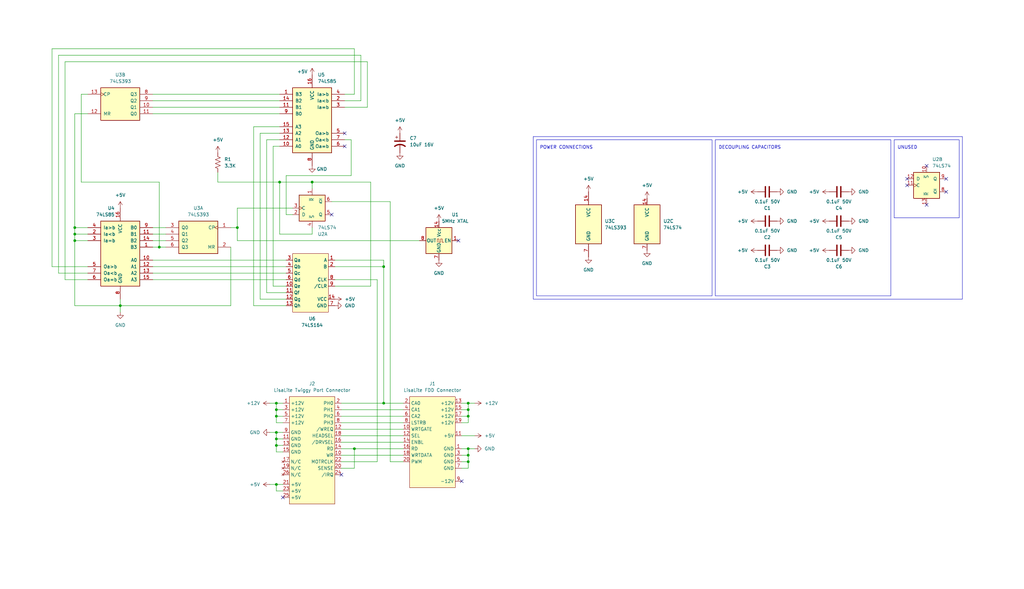
<source format=kicad_sch>
(kicad_sch (version 20230121) (generator eeschema)
  (paper "User" 399.999 229.997)
  (title_block (title "Lisa Lite Adaptor") (date "2024-01-09") (rev "1.0"))
  (lib_symbols
    (symbol "74LS393_1" (pin_names (offset 1.016))
      (property "Reference" "U3" (at 0 10.16 0))
      (property "Value" "74LS393" (at 0 7.62 0))
      (symbol "74LS393_1_1_0"
        (pin input clock (at -12.7 2.54 0) (length 5.08) (name "CP") (number "1"))
        (pin input line (at -12.7 -5.08 0) (length 5.08) (name "MR") (number "2"))
        (pin output line (at 12.7 2.54 180) (length 5.08) (name "Q0") (number "3"))
        (pin output line (at 12.7 0 180) (length 5.08) (name "Q1") (number "4"))
        (pin output line (at 12.7 -2.54 180) (length 5.08) (name "Q2") (number "5"))
        (pin output line (at 12.7 -5.08 180) (length 5.08) (name "Q3") (number "6"))
      )
      (symbol "74LS393_1_1_1"
        (rectangle (start -7.62 5.08) (end 7.62 -7.62) (stroke (width 0.254)) (fill (type background)))
      )
      (symbol "74LS393_1_2_0"
        (pin output line (at 12.7 -2.54 180) (length 5.08) (name "Q1") (number "10"))
        (pin output line (at 12.7 -5.08 180) (length 5.08) (name "Q0") (number "11"))
        (pin input line (at -12.7 -5.08 0) (length 5.08) (name "MR") (number "12"))
        (pin input clock (at -12.7 2.54 0) (length 5.08) (name "CP") (number "13"))
        (pin output line (at 12.7 2.54 180) (length 5.08) (name "Q3") (number "8"))
        (pin output line (at 12.7 0 180) (length 5.08) (name "Q2") (number "9"))
      )
      (symbol "74LS393_1_2_1"
        (rectangle (start -7.62 5.08) (end 7.62 -7.62) (stroke (width 0.254)) (fill (type background)))
      )
      (symbol "74LS393_1_3_0"
        (pin power_in line (at 0 12.7 270) (length 5.08) (name "VCC") (number "14"))
        (pin power_in line (at 0 -12.7 90) (length 5.08) (name "GND") (number "7"))
      )
      (symbol "74LS393_1_3_1"
        (rectangle (start -5.08 7.62) (end 5.08 -7.62) (stroke (width 0.254)) (fill (type background)))
      )
    )
    (symbol "74LS393_2" (pin_names (offset 1.016))
      (property "Reference" "U3" (at 0 10.16 0))
      (property "Value" "74LS393" (at 0 7.62 0))
      (symbol "74LS393_2_1_0"
        (pin input clock (at -12.7 2.54 0) (length 5.08) (name "CP") (number "1"))
        (pin input line (at -12.7 -5.08 0) (length 5.08) (name "MR") (number "2"))
        (pin output line (at 12.7 2.54 180) (length 5.08) (name "Q0") (number "3"))
        (pin output line (at 12.7 0 180) (length 5.08) (name "Q1") (number "4"))
        (pin output line (at 12.7 -2.54 180) (length 5.08) (name "Q2") (number "5"))
        (pin output line (at 12.7 -5.08 180) (length 5.08) (name "Q3") (number "6"))
      )
      (symbol "74LS393_2_1_1"
        (rectangle (start -7.62 5.08) (end 7.62 -7.62) (stroke (width 0.254)) (fill (type background)))
      )
      (symbol "74LS393_2_2_0"
        (pin output line (at 12.7 -2.54 180) (length 5.08) (name "Q1") (number "10"))
        (pin output line (at 12.7 -5.08 180) (length 5.08) (name "Q0") (number "11"))
        (pin input line (at -12.7 -5.08 0) (length 5.08) (name "MR") (number "12"))
        (pin input clock (at -12.7 2.54 0) (length 5.08) (name "CP") (number "13"))
        (pin output line (at 12.7 2.54 180) (length 5.08) (name "Q3") (number "8"))
        (pin output line (at 12.7 0 180) (length 5.08) (name "Q2") (number "9"))
      )
      (symbol "74LS393_2_2_1"
        (rectangle (start -7.62 5.08) (end 7.62 -7.62) (stroke (width 0.254)) (fill (type background)))
      )
      (symbol "74LS393_2_3_0"
        (pin power_in line (at 0 12.7 270) (length 5.08) (name "VCC") (number "14"))
        (pin power_in line (at 0 -12.7 90) (length 5.08) (name "GND") (number "7"))
      )
      (symbol "74LS393_2_3_1"
        (rectangle (start -5.08 7.62) (end 5.08 -7.62) (stroke (width 0.254)) (fill (type background)))
      )
    )
    (symbol "74LS85_1" (pin_names (offset 1.016))
      (property "Reference" "U4" (at 2.1941 17.78 0))
      (property "Value" "74LS85" (at 2.1941 15.24 0))
      (symbol "74LS85_1_1_0"
        (pin input line (at -12.7 2.54 0) (length 5.08) (name "B3") (number "1"))
        (pin input line (at -12.7 -2.54 0) (length 5.08) (name "A0") (number "10"))
        (pin input line (at -12.7 7.62 0) (length 5.08) (name "B1") (number "11"))
        (pin input line (at -12.7 -5.08 0) (length 5.08) (name "A1") (number "12"))
        (pin input line (at -12.7 -7.62 0) (length 5.08) (name "A2") (number "13"))
        (pin input line (at -12.7 5.08 0) (length 5.08) (name "B2") (number "14"))
        (pin input line (at -12.7 -10.16 0) (length 5.08) (name "A3") (number "15"))
        (pin power_in line (at 0 17.78 270) (length 5.08) (name "VCC") (number "16"))
        (pin input line (at 12.7 7.62 180) (length 5.08) (name "Ia<b") (number "2"))
        (pin input line (at 12.7 5.08 180) (length 5.08) (name "Ia=b") (number "3"))
        (pin input line (at 12.7 10.16 180) (length 5.08) (name "Ia>b") (number "4"))
        (pin output line (at 12.7 -5.08 180) (length 5.08) (name "Oa>b") (number "5"))
        (pin output line (at 12.7 -10.16 180) (length 5.08) (name "Oa=b") (number "6"))
        (pin output line (at 12.7 -7.62 180) (length 5.08) (name "Oa<b") (number "7"))
        (pin power_in line (at 0 -17.78 90) (length 5.08) (name "GND") (number "8"))
        (pin input line (at -12.7 10.16 0) (length 5.08) (name "B0") (number "9"))
      )
      (symbol "74LS85_1_1_1"
        (rectangle (start -7.62 12.7) (end 7.62 -12.7) (stroke (width 0.254)) (fill (type background)))
      )
    )
    (symbol "74xx:74LS393" (pin_names (offset 1.016))
      (property "Reference" "U" (at -7.62 8.89 0))
      (property "Value" "74LS393" (at -7.62 -8.89 0))
      (symbol "74LS393_1_0"
        (pin input clock (at -12.7 2.54 0) (length 5.08) (name "CP") (number "1"))
        (pin input line (at -12.7 -5.08 0) (length 5.08) (name "MR") (number "2"))
        (pin output line (at 12.7 2.54 180) (length 5.08) (name "Q0") (number "3"))
        (pin output line (at 12.7 0 180) (length 5.08) (name "Q1") (number "4"))
        (pin output line (at 12.7 -2.54 180) (length 5.08) (name "Q2") (number "5"))
        (pin output line (at 12.7 -5.08 180) (length 5.08) (name "Q3") (number "6"))
      )
      (symbol "74LS393_1_1"
        (rectangle (start -7.62 5.08) (end 7.62 -7.62) (stroke (width 0.254)) (fill (type background)))
      )
      (symbol "74LS393_2_0"
        (pin output line (at 12.7 0 180) (length 5.08) (name "Q1") (number "10"))
        (pin output line (at 12.7 2.54 180) (length 5.08) (name "Q0") (number "11"))
        (pin input line (at -12.7 -5.08 0) (length 5.08) (name "MR") (number "12"))
        (pin input clock (at -12.7 2.54 0) (length 5.08) (name "CP") (number "13"))
        (pin output line (at 12.7 -5.08 180) (length 5.08) (name "Q3") (number "8"))
        (pin output line (at 12.7 -2.54 180) (length 5.08) (name "Q2") (number "9"))
      )
      (symbol "74LS393_2_1"
        (rectangle (start -7.62 5.08) (end 7.62 -7.62) (stroke (width 0.254)) (fill (type background)))
      )
      (symbol "74LS393_3_0"
        (pin power_in line (at 0 12.7 270) (length 5.08) (name "VCC") (number "14"))
        (pin power_in line (at 0 -12.7 90) (length 5.08) (name "GND") (number "7"))
      )
      (symbol "74LS393_3_1"
        (rectangle (start -5.08 7.62) (end 5.08 -7.62) (stroke (width 0.254)) (fill (type background)))
      )
    )
    (symbol "74xx:74LS74" (pin_names (offset 1.016))
      (property "Reference" "U" (at -7.62 8.89 0))
      (property "Value" "74LS74" (at -7.62 -8.89 0))
      (symbol "74LS74_1_0"
        (pin input line (at 0 -7.62 90) (length 2.54) (name "~{R}") (number "1"))
        (pin input line (at -7.62 2.54 0) (length 2.54) (name "D") (number "2"))
        (pin input clock (at -7.62 0 0) (length 2.54) (name "C") (number "3"))
        (pin input line (at 0 7.62 270) (length 2.54) (name "~{S}") (number "4"))
        (pin output line (at 7.62 2.54 180) (length 2.54) (name "Q") (number "5"))
        (pin output line (at 7.62 -2.54 180) (length 2.54) (name "~{Q}") (number "6"))
      )
      (symbol "74LS74_1_1"
        (rectangle (start -5.08 5.08) (end 5.08 -5.08) (stroke (width 0.254)) (fill (type background)))
      )
      (symbol "74LS74_2_0"
        (pin input line (at 0 7.62 270) (length 2.54) (name "~{S}") (number "10"))
        (pin input clock (at -7.62 0 0) (length 2.54) (name "C") (number "11"))
        (pin input line (at -7.62 2.54 0) (length 2.54) (name "D") (number "12"))
        (pin input line (at 0 -7.62 90) (length 2.54) (name "~{R}") (number "13"))
        (pin output line (at 7.62 -2.54 180) (length 2.54) (name "~{Q}") (number "8"))
        (pin output line (at 7.62 2.54 180) (length 2.54) (name "Q") (number "9"))
      )
      (symbol "74LS74_2_1"
        (rectangle (start -5.08 5.08) (end 5.08 -5.08) (stroke (width 0.254)) (fill (type background)))
      )
      (symbol "74LS74_3_0"
        (pin power_in line (at 0 10.16 270) (length 2.54) (name "VCC") (number "14"))
        (pin power_in line (at 0 -10.16 90) (length 2.54) (name "GND") (number "7"))
      )
      (symbol "74LS74_3_1"
        (rectangle (start -5.08 7.62) (end 5.08 -7.62) (stroke (width 0.254)) (fill (type background)))
      )
    )
    (symbol "74xx:74LS85" (pin_names (offset 1.016))
      (property "Reference" "U" (at -7.62 13.97 0))
      (property "Value" "74LS85" (at -7.62 -13.97 0))
      (symbol "74LS85_1_0"
        (pin input line (at -12.7 10.16 0) (length 5.08) (name "B3") (number "1"))
        (pin input line (at -12.7 -10.16 0) (length 5.08) (name "A0") (number "10"))
        (pin input line (at -12.7 5.08 0) (length 5.08) (name "B1") (number "11"))
        (pin input line (at -12.7 -7.62 0) (length 5.08) (name "A1") (number "12"))
        (pin input line (at -12.7 -5.08 0) (length 5.08) (name "A2") (number "13"))
        (pin input line (at -12.7 7.62 0) (length 5.08) (name "B2") (number "14"))
        (pin input line (at -12.7 -2.54 0) (length 5.08) (name "A3") (number "15"))
        (pin power_in line (at 0 17.78 270) (length 5.08) (name "VCC") (number "16"))
        (pin input line (at 12.7 7.62 180) (length 5.08) (name "Ia<b") (number "2"))
        (pin input line (at 12.7 5.08 180) (length 5.08) (name "Ia=b") (number "3"))
        (pin input line (at 12.7 10.16 180) (length 5.08) (name "Ia>b") (number "4"))
        (pin output line (at 12.7 -5.08 180) (length 5.08) (name "Oa>b") (number "5"))
        (pin output line (at 12.7 -10.16 180) (length 5.08) (name "Oa=b") (number "6"))
        (pin output line (at 12.7 -7.62 180) (length 5.08) (name "Oa<b") (number "7"))
        (pin power_in line (at 0 -17.78 90) (length 5.08) (name "GND") (number "8"))
        (pin input line (at -12.7 2.54 0) (length 5.08) (name "B0") (number "9"))
      )
      (symbol "74LS85_1_1"
        (rectangle (start -7.62 12.7) (end 7.62 -12.7) (stroke (width 0.254)) (fill (type background)))
      )
    )
    (symbol "74xx_Custom:74LS164"
      (property "Reference" "U" (at -1.27 15.24 0))
      (property "Value" "74LS164" (at 0 12.7 0))
      (symbol "74LS164_1_1"
        (rectangle (start -6.35 11.43) (end 7.62 -11.43) (fill (type background)))
        (pin input line (at -8.89 8.89 0) (length 2.54) (name "A") (number "1"))
        (pin output line (at 10.16 -1.27 180) (length 2.54) (name "Qe") (number "10"))
        (pin output line (at 10.16 -3.81 180) (length 2.54) (name "Qf") (number "11"))
        (pin output line (at 10.16 -6.35 180) (length 2.54) (name "Qg") (number "12"))
        (pin output line (at 10.16 -8.89 180) (length 2.54) (name "Qh") (number "13"))
        (pin power_in line (at -8.89 -6.35 0) (length 2.54) (name "VCC") (number "14"))
        (pin input line (at -8.89 6.35 0) (length 2.54) (name "B") (number "2"))
        (pin output line (at 10.16 8.89 180) (length 2.54) (name "Qa") (number "3"))
        (pin output line (at 10.16 6.35 180) (length 2.54) (name "Qb") (number "4"))
        (pin output line (at 10.16 3.81 180) (length 2.54) (name "Qc") (number "5"))
        (pin output line (at 10.16 1.27 180) (length 2.54) (name "Qd") (number "6"))
        (pin power_in line (at -8.89 -8.89 0) (length 2.54) (name "GND") (number "7"))
        (pin input line (at -8.89 1.27 0) (length 2.54) (name "CLK") (number "8"))
        (pin input line (at -8.89 -1.27 0) (length 2.54) (name "/CLR") (number "9"))
      )
    )
    (symbol "Connector_Custom:Apple_Lisa_LisaLite_FDD_Connector"
      (property "Reference" "J" (at 0 0 0))
      (property "Value" "LisaLite FDD Connector" (at 0 0 0))
      (symbol "Apple_Lisa_LisaLite_FDD_Connector_1_1"
        (rectangle (start -8.89 -1.27) (end 8.89 -36.83) (fill (type background)))
        (pin power_in line (at 11.43 -21.59 180) (length 2.54) (name "GND") (number "1"))
        (pin input line (at -11.43 -13.97 0) (length 2.54) (name "WRTGATE") (number "10"))
        (pin power_in line (at 11.43 -16.51 180) (length 2.54) (name "+5V") (number "11"))
        (pin input line (at -11.43 -16.51 0) (length 2.54) (name "SEL") (number "12"))
        (pin power_in line (at 11.43 -3.81 180) (length 2.54) (name "+12V") (number "13"))
        (pin input line (at -11.43 -19.05 0) (length 2.54) (name "ENBL") (number "14"))
        (pin power_in line (at 11.43 -6.35 180) (length 2.54) (name "+12V") (number "15"))
        (pin input line (at -11.43 -21.59 0) (length 2.54) (name "RD") (number "16"))
        (pin power_in line (at 11.43 -8.89 180) (length 2.54) (name "+12V") (number "17"))
        (pin input line (at -11.43 -24.13 0) (length 2.54) (name "WRTDATA") (number "18"))
        (pin power_in line (at 11.43 -11.43 180) (length 2.54) (name "+12V") (number "19"))
        (pin input line (at -11.43 -3.81 0) (length 2.54) (name "CA0") (number "2"))
        (pin input line (at -11.43 -26.67 0) (length 2.54) (name "PWM") (number "20"))
        (pin power_in line (at 11.43 -24.13 180) (length 2.54) (name "GND") (number "3"))
        (pin input line (at -11.43 -6.35 0) (length 2.54) (name "CA1") (number "4"))
        (pin power_in line (at 11.43 -26.67 180) (length 2.54) (name "GND") (number "5"))
        (pin input line (at -11.43 -8.89 0) (length 2.54) (name "CA2") (number "6"))
        (pin power_in line (at 11.43 -29.21 180) (length 2.54) (name "GND") (number "7"))
        (pin input line (at -11.43 -11.43 0) (length 2.54) (name "LSTRB") (number "8"))
        (pin power_in line (at 11.43 -34.29 180) (length 2.54) (name "-12V") (number "9"))
      )
    )
    (symbol "Connector_Custom:Apple_Lisa_LisaLite_Twiggy_Connector"
      (property "Reference" "J" (at 0 0 0))
      (property "Value" "LisaLite Twiggy Port Connector" (at 1.27 0 0))
      (symbol "Apple_Lisa_LisaLite_Twiggy_Connector_1_1"
        (rectangle (start -8.89 -2.54) (end 8.89 -44.45) (fill (type background)))
        (pin power_out line (at -11.43 -5.08 0) (length 2.54) (name "+12V") (number "1"))
        (pin output line (at 11.43 -25.4 180) (length 2.54) (name "WR") (number "10"))
        (pin power_out line (at -11.43 -19.05 0) (length 2.54) (name "GND") (number "11"))
        (pin output line (at 11.43 -15.24 180) (length 2.54) (name "/WREQ") (number "12"))
        (pin power_out line (at -11.43 -21.59 0) (length 2.54) (name "GND") (number "13"))
        (pin input line (at 11.43 -22.86 180) (length 2.54) (name "RD") (number "14"))
        (pin power_out line (at -11.43 -24.13 0) (length 2.54) (name "GND") (number "15"))
        (pin output line (at 11.43 -20.32 180) (length 2.54) (name "/DRVSEL") (number "16"))
        (pin no_connect line (at -11.43 -27.94 0) (length 2.54) (name "N/C") (number "17"))
        (pin output line (at 11.43 -17.78 180) (length 2.54) (name "HEADSEL") (number "18"))
        (pin no_connect line (at -11.43 -30.48 0) (length 2.54) (name "N/C") (number "19"))
        (pin output line (at 11.43 -5.08 180) (length 2.54) (name "PH0") (number "2"))
        (pin input line (at 11.43 -30.48 180) (length 2.54) (name "SENSE") (number "20"))
        (pin power_out line (at -11.43 -36.83 0) (length 2.54) (name "+5V") (number "21"))
        (pin output line (at 11.43 -27.94 180) (length 2.54) (name "MOTRCLK") (number "22"))
        (pin power_out line (at -11.43 -39.37 0) (length 2.54) (name "+5V") (number "23"))
        (pin input line (at 11.43 -33.02 180) (length 2.54) (name "/IRQ") (number "24"))
        (pin power_out line (at -11.43 -41.91 0) (length 2.54) (name "+5V") (number "25"))
        (pin no_connect line (at -11.43 -33.02 0) (length 2.54) (name "N/C") (number "26"))
        (pin power_out line (at -11.43 -7.62 0) (length 2.54) (name "+12V") (number "3"))
        (pin output line (at 11.43 -7.62 180) (length 2.54) (name "PH1") (number "4"))
        (pin power_out line (at -11.43 -10.16 0) (length 2.54) (name "+12V") (number "5"))
        (pin output line (at 11.43 -10.16 180) (length 2.54) (name "PH2") (number "6"))
        (pin power_out line (at -11.43 -12.7 0) (length 2.54) (name "+12V") (number "7"))
        (pin output line (at 11.43 -12.7 180) (length 2.54) (name "PH3") (number "8"))
        (pin power_out line (at -11.43 -16.51 0) (length 2.54) (name "GND") (number "9"))
      )
    )
    (symbol "Device:C" (pin_numbers hide) (pin_names (offset 0.254))
      (property "Reference" "C" (at 0.635 2.54 0))
      (property "Value" "C" (at 0.635 -2.54 0))
      (symbol "C_0_1"
        (polyline (pts (xy -2.032 -0.762) (xy 2.032 -0.762)) (stroke (width 0.508)))
        (polyline (pts (xy -2.032 0.762) (xy 2.032 0.762)) (stroke (width 0.508)))
      )
      (symbol "C_1_1"
        (pin passive line (at 0 3.81 270) (length 2.794) (name "~") (number "1"))
        (pin passive line (at 0 -3.81 90) (length 2.794) (name "~") (number "2"))
      )
    )
    (symbol "Device:C_Polarized_US" (pin_numbers hide) (pin_names (offset 0.254) hide)
      (property "Reference" "C" (at 0.635 2.54 0))
      (property "Value" "C_Polarized_US" (at 0.635 -2.54 0))
      (symbol "C_Polarized_US_0_1"
        (polyline (pts (xy -2.032 0.762) (xy 2.032 0.762)) (stroke (width 0.508)))
        (polyline (pts (xy -1.778 2.286) (xy -0.762 2.286)))
        (polyline (pts (xy -1.27 1.778) (xy -1.27 2.794)))
        (arc (start 2.032 -1.27) (mid 0 -0.5572) (end -2.032 -1.27) (stroke (width 0.508)))
      )
      (symbol "C_Polarized_US_1_1"
        (pin passive line (at 0 3.81 270) (length 2.794) (name "~") (number "1"))
        (pin passive line (at 0 -3.81 90) (length 3.302) (name "~") (number "2"))
      )
    )
    (symbol "Device:R_US" (pin_numbers hide) (pin_names (offset 0))
      (property "Reference" "R" (at 2.54 0 90))
      (property "Value" "R_US" (at -2.54 0 90))
      (symbol "R_US_0_1"
        (polyline (pts (xy 0 -2.286) (xy 0 -2.54)))
        (polyline (pts (xy 0 2.286) (xy 0 2.54)))
        (polyline (pts (xy 0 -0.762) (xy 1.016 -1.143) (xy 0 -1.524) (xy -1.016 -1.905) (xy 0 -2.286)))
        (polyline (pts (xy 0 0.762) (xy 1.016 0.381) (xy 0 0) (xy -1.016 -0.381) (xy 0 -0.762)))
        (polyline (pts (xy 0 2.286) (xy 1.016 1.905) (xy 0 1.524) (xy -1.016 1.143) (xy 0 0.762)))
      )
      (symbol "R_US_1_1"
        (pin passive line (at 0 3.81 270) (length 1.27) (name "~") (number "1"))
        (pin passive line (at 0 -3.81 90) (length 1.27) (name "~") (number "2"))
      )
    )
    (symbol "Oscillator:TFT680" (pin_names (offset 0.254))
      (property "Reference" "X" (at -5.08 6.35 0))
      (property "Value" "TFT680" (at 1.27 -6.35 0))
      (symbol "TFT680_0_1"
        (rectangle (start -5.08 5.08) (end 5.08 -5.08) (stroke (width 0.254)) (fill (type background)))
        (polyline (pts (xy -1.905 -0.635) (xy -1.27 -0.635) (xy -1.27 0.635) (xy -0.635 0.635) (xy -0.635 -0.635) (xy 0 -0.635) (xy 0 0.635) (xy 0.635 0.635) (xy 0.635 -0.635)))
      )
      (symbol "TFT680_1_1"
        (pin input line (at -7.62 0 0) (length 2.54) (name "EN") (number "1"))
        (pin power_in line (at 0 7.62 270) (length 2.54) (name "Vcc") (number "14"))
        (pin power_in line (at 0 -7.62 90) (length 2.54) (name "GND") (number "7"))
        (pin output line (at 7.62 0 180) (length 2.54) (name "OUT") (number "8"))
      )
    )
    (symbol "power:+12V" (power) (pin_names (offset 0))
      (property "Value" "+12V" (at 0 3.556 0))
      (symbol "+12V_0_1"
        (polyline (pts (xy -0.762 1.27) (xy 0 2.54)))
        (polyline (pts (xy 0 0) (xy 0 2.54)))
        (polyline (pts (xy 0 2.54) (xy 0.762 1.27)))
      )
      (symbol "+12V_1_1"
        (pin power_in line (at 0 0 90) (length 0) hide (name "+12V") (number "1"))
      )
    )
    (symbol "power:+5V" (power) (pin_names (offset 0))
      (property "Value" "+5V" (at 0 3.556 0))
      (symbol "+5V_0_1"
        (polyline (pts (xy -0.762 1.27) (xy 0 2.54)))
        (polyline (pts (xy 0 0) (xy 0 2.54)))
        (polyline (pts (xy 0 2.54) (xy 0.762 1.27)))
      )
      (symbol "+5V_1_1"
        (pin power_in line (at 0 0 90) (length 0) hide (name "+5V") (number "1"))
      )
    )
    (symbol "power:GND" (power) (pin_names (offset 0))
      (property "Value" "GND" (at 0 -3.81 0))
      (symbol "GND_0_1"
        (polyline (pts (xy 0 0) (xy 0 -1.27) (xy 1.27 -1.27) (xy 0 -2.54) (xy -1.27 -1.27) (xy 0 -1.27)))
      )
      (symbol "GND_1_1"
        (pin power_in line (at 0 0 270) (length 0) hide (name "GND") (number "1"))
      )
    )
  )
  (junction (at 107.95 189.23))
  (junction (at 182.88 157.48))
  (junction (at 182.88 162.56))
  (junction (at 182.88 180.34))
  (junction (at 107.95 157.48))
  (junction (at 107.95 162.56))
  (junction (at 107.95 171.45))
  (junction (at 107.95 168.91))
  (junction (at 29.21 93.98))
  (junction (at 46.99 119.38))
  (junction (at 182.88 160.02))
  (junction (at 29.21 88.9))
  (junction (at 182.88 177.8))
  (junction (at 138.43 175.26))
  (junction (at 149.86 104.14))
  (junction (at 121.92 71.12))
  (junction (at 149.86 157.48))
  (junction (at 107.95 173.99))
  (junction (at 107.95 160.02))
  (junction (at 92.71 88.9))
  (junction (at 62.23 96.52))
  (junction (at 182.88 175.26))
  (junction (at 109.22 71.12))
  (junction (at 29.21 91.44))
  (no_connect (at 369.57 74.93))
  (no_connect (at 361.95 64.77))
  (no_connect (at 110.49 194.31))
  (no_connect (at 354.33 69.85))
  (no_connect (at 134.62 52.07))
  (no_connect (at 180.34 187.96))
  (no_connect (at 179.07 93.98))
  (no_connect (at 133.35 185.42))
  (no_connect (at 129.54 83.82))
  (no_connect (at 354.33 72.39))
  (no_connect (at 134.62 57.15))
  (no_connect (at 361.95 80.01))
  (no_connect (at 369.57 69.85))
  (wire (pts (xy 182.88 165.1) (xy 182.88 162.56)))
  (wire (pts (xy 99.06 49.53) (xy 109.22 49.53)))
  (wire (pts (xy 149.86 157.48) (xy 157.48 157.48)))
  (wire (pts (xy 90.17 96.52) (xy 90.17 119.38)))
  (wire (pts (xy 29.21 93.98) (xy 34.29 93.98)))
  (wire (pts (xy 121.92 91.44) (xy 109.22 91.44)))
  (wire (pts (xy 59.69 39.37) (xy 109.22 39.37)))
  (wire (pts (xy 59.69 101.6) (xy 111.76 101.6)))
  (wire (pts (xy 105.41 189.23) (xy 107.95 189.23)))
  (wire (pts (xy 109.22 57.15) (xy 106.68 57.15)))
  (wire (pts (xy 130.81 111.76) (xy 144.78 111.76)))
  (wire (pts (xy 130.81 101.6) (xy 149.86 101.6)))
  (wire (pts (xy 180.34 177.8) (xy 182.88 177.8)))
  (wire (pts (xy 182.88 175.26) (xy 180.34 175.26)))
  (wire (pts (xy 144.78 111.76) (xy 144.78 71.12)))
  (wire (pts (xy 107.95 162.56) (xy 107.95 160.02)))
  (wire (pts (xy 185.42 157.48) (xy 182.88 157.48)))
  (wire (pts (xy 106.68 111.76) (xy 111.76 111.76)))
  (wire (pts (xy 180.34 162.56) (xy 182.88 162.56)))
  (wire (pts (xy 107.95 165.1) (xy 107.95 162.56)))
  (wire (pts (xy 152.4 78.74) (xy 152.4 180.34)))
  (wire (pts (xy 133.35 170.18) (xy 157.48 170.18)))
  (wire (pts (xy 110.49 162.56) (xy 107.95 162.56)))
  (wire (pts (xy 99.06 119.38) (xy 99.06 49.53)))
  (wire (pts (xy 143.51 24.13) (xy 25.4 24.13)))
  (wire (pts (xy 107.95 176.53) (xy 107.95 173.99)))
  (wire (pts (xy 59.69 106.68) (xy 111.76 106.68)))
  (wire (pts (xy 133.35 175.26) (xy 138.43 175.26)))
  (wire (pts (xy 34.29 36.83) (xy 31.75 36.83)))
  (wire (pts (xy 107.95 168.91) (xy 110.49 168.91)))
  (wire (pts (xy 182.88 160.02) (xy 182.88 157.48)))
  (wire (pts (xy 138.43 19.05) (xy 20.32 19.05)))
  (wire (pts (xy 22.86 106.68) (xy 34.29 106.68)))
  (wire (pts (xy 110.49 176.53) (xy 107.95 176.53)))
  (wire (pts (xy 110.49 189.23) (xy 107.95 189.23)))
  (wire (pts (xy 114.3 83.82) (xy 111.76 83.82)))
  (wire (pts (xy 147.32 109.22) (xy 147.32 180.34)))
  (wire (pts (xy 130.81 104.14) (xy 149.86 104.14)))
  (wire (pts (xy 110.49 165.1) (xy 107.95 165.1)))
  (wire (pts (xy 140.97 39.37) (xy 140.97 21.59)))
  (wire (pts (xy 111.76 68.58) (xy 137.16 68.58)))
  (wire (pts (xy 121.92 88.9) (xy 121.92 91.44)))
  (wire (pts (xy 182.88 177.8) (xy 182.88 175.26)))
  (wire (pts (xy 133.35 165.1) (xy 157.48 165.1)))
  (wire (pts (xy 29.21 88.9) (xy 34.29 88.9)))
  (wire (pts (xy 182.88 180.34) (xy 182.88 177.8)))
  (wire (pts (xy 105.41 157.48) (xy 107.95 157.48)))
  (wire (pts (xy 111.76 114.3) (xy 104.14 114.3)))
  (wire (pts (xy 107.95 189.23) (xy 107.95 191.77)))
  (wire (pts (xy 180.34 180.34) (xy 182.88 180.34)))
  (wire (pts (xy 62.23 96.52) (xy 64.77 96.52)))
  (wire (pts (xy 133.35 172.72) (xy 157.48 172.72)))
  (wire (pts (xy 59.69 91.44) (xy 64.77 91.44)))
  (wire (pts (xy 111.76 119.38) (xy 99.06 119.38)))
  (wire (pts (xy 133.35 177.8) (xy 157.48 177.8)))
  (wire (pts (xy 111.76 83.82) (xy 111.76 68.58)))
  (wire (pts (xy 138.43 36.83) (xy 138.43 19.05)))
  (wire (pts (xy 182.88 182.88) (xy 182.88 180.34)))
  (wire (pts (xy 59.69 41.91) (xy 109.22 41.91)))
  (wire (pts (xy 133.35 162.56) (xy 157.48 162.56)))
  (wire (pts (xy 46.99 116.84) (xy 46.99 119.38)))
  (wire (pts (xy 29.21 91.44) (xy 29.21 93.98)))
  (wire (pts (xy 180.34 182.88) (xy 182.88 182.88)))
  (wire (pts (xy 134.62 41.91) (xy 143.51 41.91)))
  (wire (pts (xy 90.17 88.9) (xy 92.71 88.9)))
  (wire (pts (xy 34.29 44.45) (xy 29.21 44.45)))
  (wire (pts (xy 133.35 167.64) (xy 157.48 167.64)))
  (wire (pts (xy 134.62 36.83) (xy 138.43 36.83)))
  (wire (pts (xy 59.69 109.22) (xy 111.76 109.22)))
  (wire (pts (xy 134.62 39.37) (xy 140.97 39.37)))
  (wire (pts (xy 92.71 88.9) (xy 92.71 81.28)))
  (wire (pts (xy 104.14 54.61) (xy 109.22 54.61)))
  (wire (pts (xy 31.75 71.12) (xy 62.23 71.12)))
  (wire (pts (xy 85.09 71.12) (xy 85.09 67.31)))
  (wire (pts (xy 107.95 171.45) (xy 107.95 168.91)))
  (wire (pts (xy 110.49 160.02) (xy 107.95 160.02)))
  (wire (pts (xy 149.86 104.14) (xy 149.86 157.48)))
  (wire (pts (xy 130.81 109.22) (xy 147.32 109.22)))
  (wire (pts (xy 149.86 101.6) (xy 149.86 104.14)))
  (wire (pts (xy 59.69 104.14) (xy 111.76 104.14)))
  (wire (pts (xy 121.92 71.12) (xy 109.22 71.12)))
  (wire (pts (xy 92.71 93.98) (xy 163.83 93.98)))
  (wire (pts (xy 31.75 36.83) (xy 31.75 71.12)))
  (wire (pts (xy 29.21 91.44) (xy 34.29 91.44)))
  (wire (pts (xy 138.43 182.88) (xy 138.43 175.26)))
  (wire (pts (xy 20.32 104.14) (xy 34.29 104.14)))
  (wire (pts (xy 182.88 162.56) (xy 182.88 160.02)))
  (wire (pts (xy 22.86 21.59) (xy 22.86 106.68)))
  (wire (pts (xy 143.51 41.91) (xy 143.51 24.13)))
  (wire (pts (xy 133.35 157.48) (xy 149.86 157.48)))
  (wire (pts (xy 106.68 57.15) (xy 106.68 111.76)))
  (wire (pts (xy 101.6 52.07) (xy 109.22 52.07)))
  (wire (pts (xy 137.16 54.61) (xy 134.62 54.61)))
  (wire (pts (xy 107.95 157.48) (xy 110.49 157.48)))
  (wire (pts (xy 25.4 109.22) (xy 34.29 109.22)))
  (wire (pts (xy 101.6 116.84) (xy 101.6 52.07)))
  (wire (pts (xy 59.69 96.52) (xy 62.23 96.52)))
  (wire (pts (xy 29.21 88.9) (xy 29.21 91.44)))
  (wire (pts (xy 140.97 21.59) (xy 22.86 21.59)))
  (wire (pts (xy 121.92 73.66) (xy 121.92 71.12)))
  (wire (pts (xy 133.35 160.02) (xy 157.48 160.02)))
  (wire (pts (xy 133.35 182.88) (xy 138.43 182.88)))
  (wire (pts (xy 29.21 119.38) (xy 46.99 119.38)))
  (wire (pts (xy 185.42 175.26) (xy 182.88 175.26)))
  (wire (pts (xy 46.99 119.38) (xy 90.17 119.38)))
  (wire (pts (xy 92.71 88.9) (xy 92.71 93.98)))
  (wire (pts (xy 180.34 165.1) (xy 182.88 165.1)))
  (wire (pts (xy 29.21 93.98) (xy 29.21 119.38)))
  (wire (pts (xy 109.22 91.44) (xy 109.22 71.12)))
  (wire (pts (xy 25.4 24.13) (xy 25.4 109.22)))
  (wire (pts (xy 62.23 71.12) (xy 62.23 96.52)))
  (wire (pts (xy 107.95 173.99) (xy 107.95 171.45)))
  (wire (pts (xy 104.14 114.3) (xy 104.14 54.61)))
  (wire (pts (xy 152.4 180.34) (xy 157.48 180.34)))
  (wire (pts (xy 185.42 170.18) (xy 180.34 170.18)))
  (wire (pts (xy 138.43 175.26) (xy 157.48 175.26)))
  (wire (pts (xy 59.69 44.45) (xy 109.22 44.45)))
  (wire (pts (xy 107.95 191.77) (xy 110.49 191.77)))
  (wire (pts (xy 29.21 44.45) (xy 29.21 88.9)))
  (wire (pts (xy 59.69 36.83) (xy 109.22 36.83)))
  (wire (pts (xy 92.71 81.28) (xy 114.3 81.28)))
  (wire (pts (xy 59.69 88.9) (xy 64.77 88.9)))
  (wire (pts (xy 46.99 119.38) (xy 46.99 121.92)))
  (wire (pts (xy 129.54 78.74) (xy 152.4 78.74)))
  (wire (pts (xy 182.88 157.48) (xy 180.34 157.48)))
  (wire (pts (xy 20.32 19.05) (xy 20.32 104.14)))
  (wire (pts (xy 107.95 160.02) (xy 107.95 157.48)))
  (wire (pts (xy 109.22 71.12) (xy 85.09 71.12)))
  (wire (pts (xy 180.34 160.02) (xy 182.88 160.02)))
  (wire (pts (xy 59.69 93.98) (xy 64.77 93.98)))
  (wire (pts (xy 137.16 68.58) (xy 137.16 54.61)))
  (wire (pts (xy 105.41 168.91) (xy 107.95 168.91)))
  (wire (pts (xy 144.78 71.12) (xy 121.92 71.12)))
  (wire (pts (xy 110.49 173.99) (xy 107.95 173.99)))
  (wire (pts (xy 111.76 116.84) (xy 101.6 116.84)))
  (wire (pts (xy 110.49 171.45) (xy 107.95 171.45)))
  (wire (pts (xy 147.32 180.34) (xy 133.35 180.34)))
  (rectangle (start 209.55 54.61) (end 278.13 115.57))
  (rectangle (start 349.25 54.61) (end 374.65 85.09))
  (rectangle (start 208.28 53.34) (end 375.92 116.84))
  (rectangle (start 279.4 54.61) (end 347.98 115.57))
  (text "UNUSED" (at 350.52 58.42 0) (effects (font (size 1.27 1.27)) (justify left bottom)))
  (text "DECOUPLING CAPACITORS" (at 280.67 58.42 0) (effects (font (size 1.27 1.27)) (justify left bottom)))
  (text "POWER CONNECTIONS" (at 210.82 58.42 0) (effects (font (size 1.27 1.27)) (justify left bottom)))
  (symbol (lib_id "power:GND") (at 156.21 59.69 0) (unit 1)
    (property "Reference" "#PWR019" (effects hide))
    (property "Value" "GND" (at 156.21 64.77 0))
  )
  (symbol (lib_id "Connector_Custom:Apple_Lisa_LisaLite_Twiggy_Connector") (at 121.92 152.4 0) (unit 1)
    (property "Reference" "J2" (at 121.92 149.86 0))
    (property "Value" "LisaLite Twiggy Port Connector" (at 121.92 152.4 0))
    (property "Footprint" "Connector_PinHeader_2.54mm:PinHeader_2x13_P2.54mm_Vertical" (effects hide))
  )
  (symbol (lib_name "74LS393_2") (lib_id "74xx:74LS393") (at 77.47 91.44 0) (mirror y) (unit 1)
    (property "Reference" "U3" (at 77.47 81.28 0))
    (property "Value" "74LS393" (at 77.47 83.82 0))
    (property "Footprint" "Package_DIP:DIP-14_W7.62mm" (effects hide))
    (property "Datasheet" "74xx\\74LS393.pdf" (effects hide))
  )
  (symbol (lib_id "Device:C") (at 327.66 74.93 270) (unit 1)
    (property "Reference" "C4" (at 327.66 81.28 90))
    (property "Value" "0.1uF 50V\n" (at 327.66 78.74 90))
    (property "Footprint" "Capacitor_THT:C_Axial_L3.8mm_D2.6mm_P10.00mm_Horizontal" (effects hide))
  )
  (symbol (lib_id "power:+5V") (at 185.42 170.18 270) (mirror x) (unit 1)
    (property "Reference" "#PWR014" (effects hide))
    (property "Value" "+5V" (at 189.23 170.18 90) (effects (justify left)))
  )
  (symbol (lib_id "power:GND") (at 229.87 100.33 0) (unit 1)
    (property "Reference" "#PWR017" (effects hide))
    (property "Value" "GND" (at 229.87 105.41 0))
  )
  (symbol (lib_id "74xx:74LS85") (at 121.92 46.99 0) (unit 1)
    (property "Reference" "U5" (at 124.1141 29.21 0) (effects (justify left)))
    (property "Value" "74LS85" (at 124.1141 31.75 0) (effects (justify left)))
    (property "Footprint" "Package_DIP:DIP-16_W7.62mm" (effects hide))
    (property "Datasheet" "http://www.ti.com/lit/gpn/sn74LS85" (effects hide))
  )
  (symbol (lib_id "Oscillator:TFT680") (at 171.45 93.98 0) (mirror y) (unit 1)
    (property "Reference" "U1" (at 177.8 83.82 0))
    (property "Value" "5MHz XTAL" (at 177.8 86.36 0))
    (property "Footprint" "Package_DIP:DIP-14_W7.62mm" (effects hide))
    (property "Datasheet" "http://cdn-reichelt.de/documents/datenblatt/B400/OSZI.pdf" (effects hide))
  )
  (symbol (lib_id "power:+12V") (at 185.42 157.48 270) (mirror x) (unit 1)
    (property "Reference" "#PWR013" (effects hide))
    (property "Value" "+12V" (at 189.23 157.48 90) (effects (justify left)))
  )
  (symbol (lib_id "power:+5V") (at 171.45 86.36 0) (mirror y) (unit 1)
    (property "Reference" "#PWR011" (effects hide))
    (property "Value" "+5V" (at 171.45 81.28 0))
  )
  (symbol (lib_id "power:+5V") (at 46.99 81.28 0) (unit 1)
    (property "Reference" "#PWR01" (effects hide))
    (property "Value" "+5V" (at 46.99 76.2 0))
  )
  (symbol (lib_id "Device:C_Polarized_US") (at 156.21 55.88 0) (unit 1)
    (property "Reference" "C7" (at 160.02 53.975 0) (effects (justify left)))
    (property "Value" "10uF 16V" (at 160.02 56.515 0) (effects (justify left)))
    (property "Footprint" "Capacitor_THT:CP_Axial_L10.0mm_D6.0mm_P15.00mm_Horizontal" (effects hide))
  )
  (symbol (lib_name "74LS85_1") (lib_id "74xx:74LS85") (at 46.99 99.06 0) (mirror y) (unit 1)
    (property "Reference" "U4" (at 44.7959 81.28 0) (effects (justify left)))
    (property "Value" "74LS85" (at 44.7959 83.82 0) (effects (justify left)))
    (property "Footprint" "Package_DIP:DIP-16_W7.62mm" (effects hide))
    (property "Datasheet" "http://www.ti.com/lit/gpn/sn74LS85" (effects hide))
  )
  (symbol (lib_id "power:+5V") (at 323.85 74.93 90) (unit 1)
    (property "Reference" "#PWR026" (effects hide))
    (property "Value" "+5V" (at 320.04 74.93 90) (effects (justify left)))
  )
  (symbol (lib_id "power:+5V") (at 323.85 97.79 90) (unit 1)
    (property "Reference" "#PWR030" (effects hide))
    (property "Value" "+5V" (at 320.04 97.79 90) (effects (justify left)))
  )
  (symbol (lib_id "power:GND") (at 303.53 74.93 90) (unit 1)
    (property "Reference" "#PWR020" (effects hide))
    (property "Value" "GND" (at 307.34 74.93 90) (effects (justify right)))
  )
  (symbol (lib_id "power:+5V") (at 130.81 116.84 270) (mirror x) (unit 1)
    (property "Reference" "#PWR09" (effects hide))
    (property "Value" "+5V" (at 134.62 116.84 90) (effects (justify left)))
  )
  (symbol (lib_id "Device:C") (at 299.72 74.93 270) (unit 1)
    (property "Reference" "C1" (at 299.72 81.28 90))
    (property "Value" "0.1uF 50V\n" (at 299.72 78.74 90))
    (property "Footprint" "Capacitor_THT:C_Axial_L3.8mm_D2.6mm_P10.00mm_Horizontal" (effects hide))
  )
  (symbol (lib_id "74xx:74LS393") (at 229.87 87.63 0) (unit 3)
    (property "Reference" "U3" (at 236.22 86.36 0) (effects (justify left)))
    (property "Value" "74LS393" (at 236.22 88.9 0) (effects (justify left)))
    (property "Footprint" "Package_DIP:DIP-14_W7.62mm" (effects hide))
    (property "Datasheet" "74xx\\74LS393.pdf" (effects hide))
  )
  (symbol (lib_id "Connector_Custom:Apple_Lisa_LisaLite_FDD_Connector") (at 168.91 153.67 0) (unit 1)
    (property "Reference" "J1" (at 168.91 149.86 0))
    (property "Value" "LisaLite FDD Connector" (at 168.91 152.4 0))
    (property "Footprint" "Connector_PinHeader_2.54mm:PinHeader_2x10_P2.54mm_Vertical" (effects hide))
  )
  (symbol (lib_id "power:+5V") (at 121.92 29.21 0) (unit 1)
    (property "Reference" "#PWR07" (effects hide))
    (property "Value" "+5V" (at 118.11 27.94 0))
  )
  (symbol (lib_id "power:+12V") (at 105.41 157.48 90) (unit 1)
    (property "Reference" "#PWR04" (effects hide))
    (property "Value" "+12V" (at 101.6 157.48 90) (effects (justify left)))
  )
  (symbol (lib_id "Device:R_US") (at 85.09 63.5 0) (unit 1)
    (property "Reference" "R1" (at 87.63 62.23 0) (effects (justify left)))
    (property "Value" "3.3K" (at 87.63 64.77 0) (effects (justify left)))
    (property "Footprint" "Resistor_THT:R_Axial_DIN0309_L9.0mm_D3.2mm_P12.70mm_Horizontal" (effects hide))
  )
  (symbol (lib_id "power:+5V") (at 295.91 97.79 90) (unit 1)
    (property "Reference" "#PWR024" (effects hide))
    (property "Value" "+5V" (at 292.1 97.79 90) (effects (justify left)))
  )
  (symbol (lib_id "power:+5V") (at 156.21 52.07 0) (unit 1)
    (property "Reference" "#PWR018" (effects hide))
    (property "Value" "+5V" (at 156.21 46.99 0))
  )
  (symbol (lib_id "power:GND") (at 331.47 74.93 90) (unit 1)
    (property "Reference" "#PWR027" (effects hide))
    (property "Value" "GND" (at 335.28 74.93 90) (effects (justify right)))
  )
  (symbol (lib_id "74xx:74LS74") (at 252.73 87.63 0) (unit 3)
    (property "Reference" "U2" (at 259.08 86.36 0) (effects (justify left)))
    (property "Value" "74LS74" (at 259.08 88.9 0) (effects (justify left)))
    (property "Datasheet" "74xx/74hc_hct74.pdf" (effects hide))
  )
  (symbol (lib_id "power:GND") (at 303.53 86.36 90) (unit 1)
    (property "Reference" "#PWR023" (effects hide))
    (property "Value" "GND" (at 307.34 86.36 90) (effects (justify right)))
  )
  (symbol (lib_id "power:GND") (at 303.53 97.79 90) (unit 1)
    (property "Reference" "#PWR025" (effects hide))
    (property "Value" "GND" (at 307.34 97.79 90) (effects (justify right)))
  )
  (symbol (lib_id "power:GND") (at 46.99 121.92 0) (unit 1)
    (property "Reference" "#PWR02" (effects hide))
    (property "Value" "GND" (at 46.99 127 0))
  )
  (symbol (lib_id "Device:C") (at 299.72 86.36 270) (unit 1)
    (property "Reference" "C2" (at 299.72 92.71 90))
    (property "Value" "0.1uF 50V\n" (at 299.72 90.17 90))
    (property "Footprint" "Capacitor_THT:C_Axial_L3.8mm_D2.6mm_P10.00mm_Horizontal" (effects hide))
  )
  (symbol (lib_id "power:GND") (at 331.47 86.36 90) (unit 1)
    (property "Reference" "#PWR029" (effects hide))
    (property "Value" "GND" (at 335.28 86.36 90) (effects (justify right)))
  )
  (symbol (lib_id "power:GND") (at 105.41 168.91 270) (unit 1)
    (property "Reference" "#PWR05" (effects hide))
    (property "Value" "GND" (at 101.6 168.91 90) (effects (justify right)))
  )
  (symbol (lib_id "power:+5V") (at 295.91 86.36 90) (unit 1)
    (property "Reference" "#PWR022" (effects hide))
    (property "Value" "+5V" (at 292.1 86.36 90) (effects (justify left)))
  )
  (symbol (lib_id "74xx_Custom:74LS164") (at 121.92 110.49 0) (mirror y) (unit 1)
    (property "Reference" "U6" (at 121.92 124.46 0))
    (property "Value" "74LS164" (at 121.92 127 0))
    (property "Footprint" "Package_DIP:DIP-14_W7.62mm" (effects hide))
  )
  (symbol (lib_id "power:+5V") (at 85.09 59.69 0) (unit 1)
    (property "Reference" "#PWR03" (effects hide))
    (property "Value" "+5V" (at 85.09 54.61 0))
  )
  (symbol (lib_id "power:GND") (at 171.45 101.6 0) (mirror y) (unit 1)
    (property "Reference" "#PWR012" (effects hide))
    (property "Value" "GND" (at 171.45 106.68 0))
  )
  (symbol (lib_id "74xx:74LS74") (at 361.95 72.39 0) (unit 2)
    (property "Reference" "U2" (at 364.1441 62.23 0) (effects (justify left)))
    (property "Value" "74LS74" (at 364.1441 64.77 0) (effects (justify left)))
    (property "Footprint" "Package_DIP:DIP-14_W7.62mm" (effects hide))
    (property "Datasheet" "74xx/74hc_hct74.pdf" (effects hide))
  )
  (symbol (lib_id "Device:C") (at 327.66 86.36 270) (unit 1)
    (property "Reference" "C5" (at 327.66 92.71 90))
    (property "Value" "0.1uF 50V\n" (at 327.66 90.17 90))
    (property "Footprint" "Capacitor_THT:C_Axial_L3.8mm_D2.6mm_P10.00mm_Horizontal" (effects hide))
  )
  (symbol (lib_id "power:+5V") (at 295.91 74.93 90) (unit 1)
    (property "Reference" "#PWR021" (effects hide))
    (property "Value" "+5V" (at 292.1 74.93 90) (effects (justify left)))
  )
  (symbol (lib_id "74xx:74LS74") (at 121.92 81.28 0) (mirror x) (unit 1)
    (property "Reference" "U2" (at 124.1141 91.44 0) (effects (justify left)))
    (property "Value" "74LS74" (at 124.1141 88.9 0) (effects (justify left)))
    (property "Footprint" "Package_DIP:DIP-14_W7.62mm" (effects hide))
    (property "Datasheet" "74xx/74hc_hct74.pdf" (effects hide))
  )
  (symbol (lib_id "power:+5V") (at 105.41 189.23 90) (unit 1)
    (property "Reference" "#PWR06" (effects hide))
    (property "Value" "+5V" (at 101.6 189.23 90) (effects (justify left)))
  )
  (symbol (lib_id "power:GND") (at 121.92 64.77 0) (unit 1)
    (property "Reference" "#PWR08" (effects hide))
    (property "Value" "GND" (at 125.73 66.04 0))
  )
  (symbol (lib_id "power:+5V") (at 252.73 77.47 0) (unit 1)
    (property "Reference" "#PWR032" (effects hide))
    (property "Value" "+5V" (at 252.73 72.39 0))
  )
  (symbol (lib_name "74LS393_1") (lib_id "74xx:74LS393") (at 46.99 39.37 0) (unit 2)
    (property "Reference" "U3" (at 46.99 29.21 0))
    (property "Value" "74LS393" (at 46.99 31.75 0))
    (property "Footprint" "Package_DIP:DIP-14_W7.62mm" (effects hide))
    (property "Datasheet" "74xx\\74LS393.pdf" (effects hide))
  )
  (symbol (lib_id "power:GND") (at 331.47 97.79 90) (unit 1)
    (property "Reference" "#PWR031" (effects hide))
    (property "Value" "GND" (at 335.28 97.79 90) (effects (justify right)))
  )
  (symbol (lib_id "Device:C") (at 327.66 97.79 270) (unit 1)
    (property "Reference" "C6" (at 327.66 104.14 90))
    (property "Value" "0.1uF 50V\n" (at 327.66 101.6 90))
    (property "Footprint" "Capacitor_THT:C_Axial_L3.8mm_D2.6mm_P10.00mm_Horizontal" (effects hide))
  )
  (symbol (lib_id "power:GND") (at 185.42 175.26 90) (mirror x) (unit 1)
    (property "Reference" "#PWR015" (effects hide))
    (property "Value" "GND" (at 189.23 175.26 90) (effects (justify right)))
  )
  (symbol (lib_id "power:GND") (at 252.73 97.79 0) (unit 1)
    (property "Reference" "#PWR033" (effects hide))
    (property "Value" "GND" (at 252.73 102.87 0))
  )
  (symbol (lib_id "power:+5V") (at 323.85 86.36 90) (unit 1)
    (property "Reference" "#PWR028" (effects hide))
    (property "Value" "+5V" (at 320.04 86.36 90) (effects (justify left)))
  )
  (symbol (lib_id "Device:C") (at 299.72 97.79 270) (unit 1)
    (property "Reference" "C3" (at 299.72 104.14 90))
    (property "Value" "0.1uF 50V\n" (at 299.72 101.6 90))
    (property "Footprint" "Capacitor_THT:C_Axial_L3.8mm_D2.6mm_P10.00mm_Horizontal" (effects hide))
  )
  (symbol (lib_id "power:+5V") (at 229.87 74.93 0) (unit 1)
    (property "Reference" "#PWR016" (effects hide))
    (property "Value" "+5V" (at 229.87 69.85 0))
  )
  (symbol (lib_id "power:GND") (at 130.81 119.38 90) (mirror x) (unit 1)
    (property "Reference" "#PWR010" (effects hide))
    (property "Value" "GND" (at 134.62 119.38 90) (effects (justify right)))
  )
)
</source>
